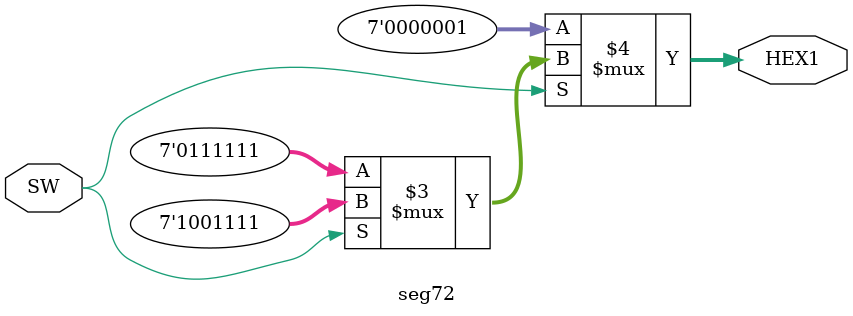
<source format=v>
module part5(HEX1, HEX0, SW);
input [8:0] SW;
output [0:6] HEX1, HEX0;
wire [3:0] S0, S1;
seg71 seg1(HEX0,S0);
seg72 seg2(HEX1, S1);
part5_BCDADD bcdadd(S0, S1, SW);
endmodule
module part5_BCDADD(S0, S1, SW);
input [8:0] SW;
integer To,Zo,c1;
output [3:0] S0, S1;
reg [3:0] S0, S1;
always @(SW[7:4], SW[3:0], SW[8])
begin
To = SW[7:4] + SW[3:0] + SW[8];
if(To>9)
begin
Zo = 10;
c1 = 1;
end
else
begin
Zo = 0;
c1 = 0;
end
S0 = To-Zo;
S1 = c1;
end
endmodule
module seg71(HEX0, SW);
input [3:0] SW;
output [0:6] HEX0;
assign HEX0 = (SW==4'b0000)? 7'b000_0001:
				  (SW==4'b0001)? 7'b100_1111:
				  (SW==4'b0010)? 7'b001_0010:
				  (SW==4'b0011)? 7'b000_0110:
				  (SW==4'b0100)? 7'b100_1100:
				  (SW==4'b0101)? 7'b010_0100:
				  (SW==4'b0110)? 7'b010_0000:
				  (SW==4'b0111)? 7'b000_1111:
				  (SW==4'b1000)? 7'b000_0000:
				  (SW==4'b1001)? 7'b000_1100: 7'b111_111;
endmodule

module seg72(HEX1, SW);
input  SW;
output [0:6] HEX1;
assign HEX1 = (SW==1'b0)? 7'b000_0001:
				  (SW==1'b1)? 7'b100_1111:7'b111_111;
endmodule	


</source>
